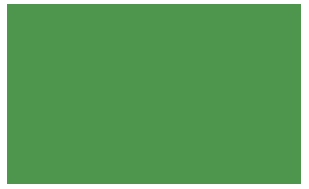
<source format=gtp>
G04 Layer_Color=8421504*
%FSAX24Y24*%
%MOIN*%
G70*
G01*
G75*
%ADD11R,0.9800X0.6000*%
D11*
X015000Y027000D02*
D03*
M02*

</source>
